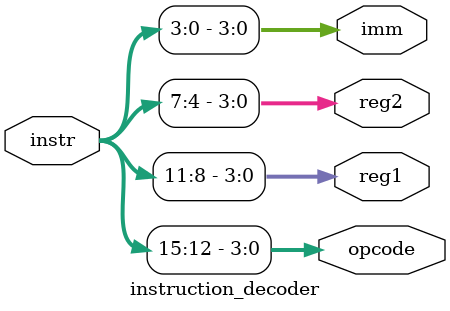
<source format=v>
module instruction_decoder(
    input  [15:0] instr,
    output [3:0] opcode,
    output [3:0] reg1,
    output [3:0] reg2,
    output [3:0] imm
);

assign opcode = instr[15:12];
assign reg1   = instr[11:8];
assign reg2   = instr[7:4];
assign imm    = instr[3:0];

endmodule
</source>
